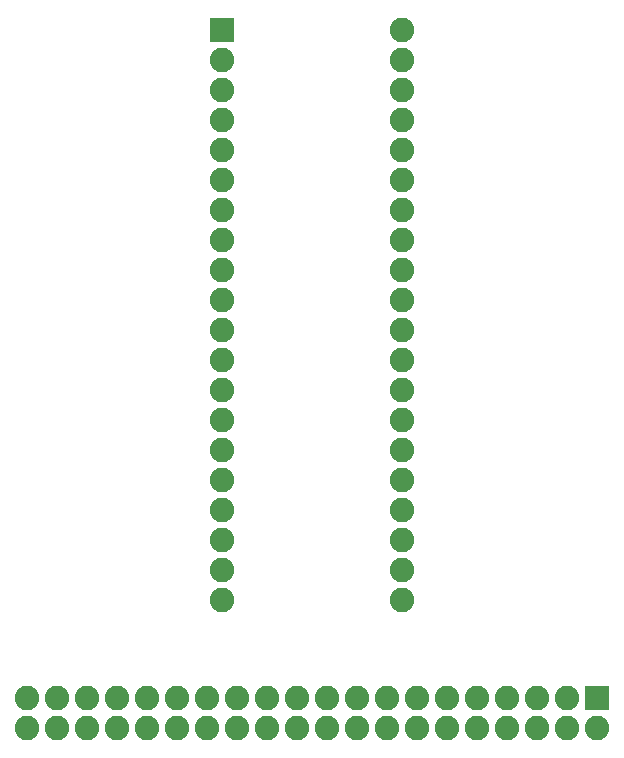
<source format=gbs>
G75*
%MOIN*%
%OFA0B0*%
%FSLAX24Y24*%
%IPPOS*%
%LPD*%
%AMOC8*
5,1,8,0,0,1.08239X$1,22.5*
%
%ADD10R,0.0820X0.0820*%
%ADD11C,0.0820*%
D10*
X021150Y002400D03*
X008650Y024650D03*
D11*
X002150Y001400D03*
X002150Y002400D03*
X003150Y002400D03*
X003150Y001400D03*
X004150Y001400D03*
X004150Y002400D03*
X005150Y002400D03*
X005150Y001400D03*
X006150Y001400D03*
X006150Y002400D03*
X007150Y002400D03*
X007150Y001400D03*
X008150Y001400D03*
X008150Y002400D03*
X009150Y002400D03*
X009150Y001400D03*
X010150Y001400D03*
X010150Y002400D03*
X011150Y002400D03*
X011150Y001400D03*
X012150Y001400D03*
X012150Y002400D03*
X013150Y002400D03*
X013150Y001400D03*
X014150Y001400D03*
X014150Y002400D03*
X015150Y002400D03*
X015150Y001400D03*
X016150Y001400D03*
X016150Y002400D03*
X017150Y002400D03*
X017150Y001400D03*
X018150Y001400D03*
X018150Y002400D03*
X019150Y002400D03*
X019150Y001400D03*
X020150Y001400D03*
X020150Y002400D03*
X021150Y001400D03*
X014650Y005650D03*
X014650Y006650D03*
X014650Y007650D03*
X014650Y008650D03*
X014650Y009650D03*
X014650Y010650D03*
X014650Y011650D03*
X014650Y012650D03*
X014650Y013650D03*
X014650Y014650D03*
X014650Y015650D03*
X014650Y016650D03*
X014650Y017650D03*
X014650Y018650D03*
X014650Y019650D03*
X014650Y020650D03*
X014650Y021650D03*
X014650Y022650D03*
X014650Y023650D03*
X014650Y024650D03*
X008650Y023650D03*
X008650Y022650D03*
X008650Y021650D03*
X008650Y020650D03*
X008650Y019650D03*
X008650Y018650D03*
X008650Y017650D03*
X008650Y016650D03*
X008650Y015650D03*
X008650Y014650D03*
X008650Y013650D03*
X008650Y012650D03*
X008650Y011650D03*
X008650Y010650D03*
X008650Y009650D03*
X008650Y008650D03*
X008650Y007650D03*
X008650Y006650D03*
X008650Y005650D03*
M02*

</source>
